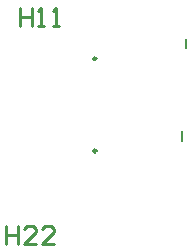
<source format=gto>
G04*
G04 #@! TF.GenerationSoftware,Altium Limited,Altium Designer,20.0.2 (26)*
G04*
G04 Layer_Color=65535*
%FSLAX25Y25*%
%MOIN*%
G70*
G01*
G75*
%ADD10C,0.00984*%
%ADD11C,0.00600*%
%ADD12C,0.01000*%
D10*
X6150Y30240D02*
G03*
X6150Y30240I-492J0D01*
G01*
Y60980D02*
G03*
X6150Y60980I-492J0D01*
G01*
D11*
X34705Y33677D02*
Y36827D01*
X36154Y64429D02*
Y67579D01*
D12*
X-23976Y5045D02*
Y-953D01*
Y2046D01*
X-19978D01*
Y5045D01*
Y-953D01*
X-13980D02*
X-17978D01*
X-13980Y3046D01*
Y4046D01*
X-14979Y5045D01*
X-16979D01*
X-17978Y4046D01*
X-7982Y-953D02*
X-11980D01*
X-7982Y3046D01*
Y4046D01*
X-8981Y5045D01*
X-10981D01*
X-11980Y4046D01*
X-19268Y78034D02*
Y72035D01*
Y75034D01*
X-15269D01*
Y78034D01*
Y72035D01*
X-13270D02*
X-11270D01*
X-12270D01*
Y78034D01*
X-13270Y77034D01*
X-8271Y72035D02*
X-6272D01*
X-7272D01*
Y78034D01*
X-8271Y77034D01*
M02*

</source>
